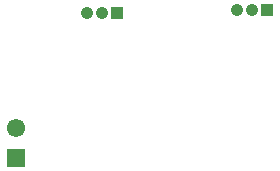
<source format=gbl>
G04*
G04 #@! TF.GenerationSoftware,Altium Limited,Altium Designer,19.0.14 (431)*
G04*
G04 Layer_Physical_Order=2*
G04 Layer_Color=16711680*
%FSLAX43Y43*%
%MOMM*%
G71*
G01*
G75*
%ADD21R,1.050X1.050*%
%ADD22C,1.050*%
%ADD24C,1.550*%
%ADD25R,1.550X1.550*%
D21*
X23770Y25500D02*
D03*
X11040Y25250D02*
D03*
D22*
X22500Y25500D02*
D03*
X21230D02*
D03*
X9770Y25250D02*
D03*
X8500D02*
D03*
D24*
X2500Y15540D02*
D03*
D25*
Y13000D02*
D03*
M02*

</source>
